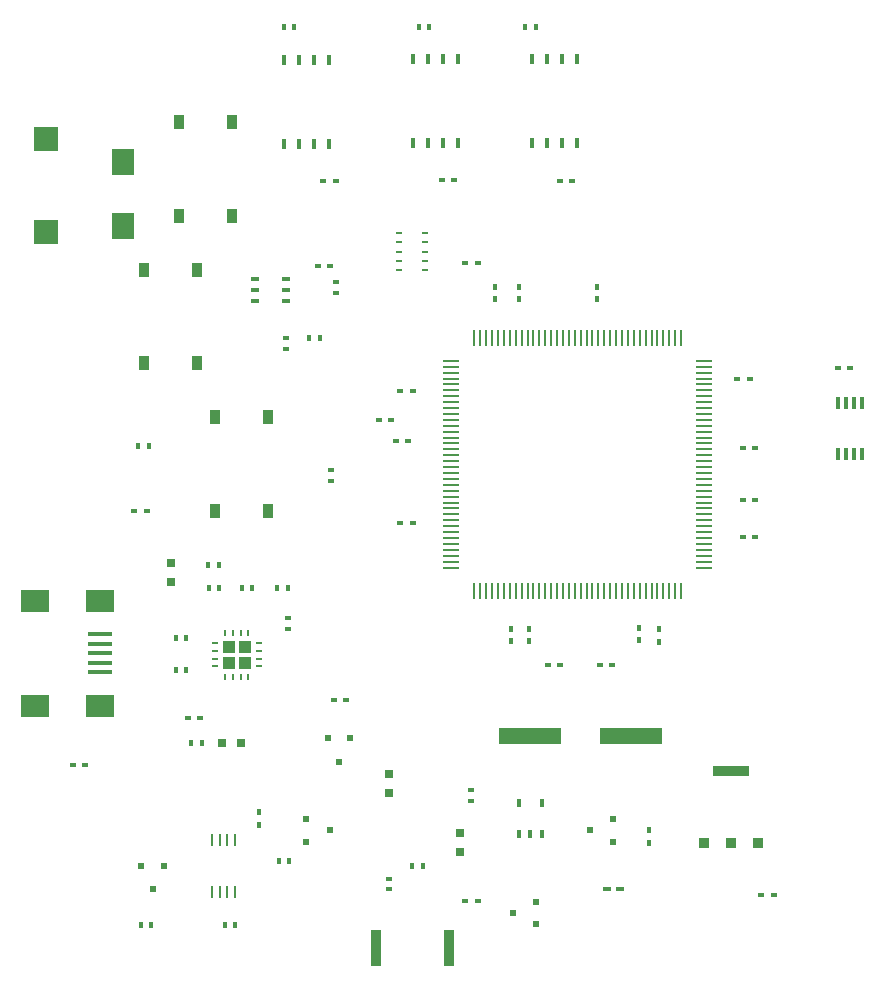
<source format=gbr>
G04 #@! TF.FileFunction,Paste,Top*
%FSLAX46Y46*%
G04 Gerber Fmt 4.6, Leading zero omitted, Abs format (unit mm)*
G04 Created by KiCad (PCBNEW 4.0.4-stable) date Friday, January 26, 2018 'AMt' 12:54:04 AM*
%MOMM*%
%LPD*%
G01*
G04 APERTURE LIST*
%ADD10C,0.100000*%
%ADD11R,0.570000X0.490000*%
%ADD12R,0.970000X1.170000*%
%ADD13R,0.458000X0.810000*%
%ADD14R,0.500000X0.400000*%
%ADD15R,0.400000X0.500000*%
%ADD16R,0.700000X0.700000*%
%ADD17R,0.650000X0.450000*%
%ADD18R,2.350000X1.850000*%
%ADD19R,2.150000X0.350000*%
%ADD20R,0.490000X0.570000*%
%ADD21R,0.360000X0.560000*%
%ADD22R,0.850000X3.050000*%
%ADD23R,0.560000X0.360000*%
%ADD24R,0.150000X1.400000*%
%ADD25R,1.400000X0.150000*%
%ADD26R,0.330000X0.690000*%
%ADD27R,0.930000X0.930000*%
%ADD28R,3.090000X0.930000*%
%ADD29R,0.210000X1.010000*%
%ADD30R,0.490000X0.250000*%
%ADD31R,0.280000X0.530000*%
%ADD32R,0.530000X0.280000*%
%ADD33R,1.080000X1.080000*%
%ADD34R,5.350000X1.350000*%
%ADD35R,0.300000X1.000000*%
%ADD36R,0.450000X1.000000*%
%ADD37R,2.050000X2.150000*%
%ADD38R,1.850000X2.250000*%
G04 APERTURE END LIST*
D10*
D11*
X143500000Y-103000000D03*
X145500000Y-103960000D03*
X145500000Y-102050000D03*
D12*
X122750000Y-61025000D03*
X118250000Y-61025000D03*
X118250000Y-68975000D03*
X122750000Y-68975000D03*
D13*
X125365000Y-37880000D03*
X126635000Y-37880000D03*
X127905000Y-37880000D03*
X124095000Y-37880000D03*
X124095000Y-30800000D03*
X125365000Y-30800000D03*
X126635000Y-30800000D03*
X127905000Y-30800000D03*
D14*
X129425000Y-85000000D03*
X128375000Y-85000000D03*
D15*
X144875000Y-78950000D03*
X144875000Y-80000000D03*
X155850000Y-78975000D03*
X155850000Y-80025000D03*
X144000000Y-51025000D03*
X144000000Y-49975000D03*
X122000000Y-94475000D03*
X122000000Y-95525000D03*
D14*
X117025000Y-86500000D03*
X115975000Y-86500000D03*
X135025000Y-58800000D03*
X133975000Y-58800000D03*
X134625000Y-63050000D03*
X133575000Y-63050000D03*
D15*
X150600000Y-51025000D03*
X150600000Y-49975000D03*
D14*
X162975000Y-63600000D03*
X164025000Y-63600000D03*
X162975000Y-68000000D03*
X164025000Y-68000000D03*
D15*
X142000000Y-49975000D03*
X142000000Y-51025000D03*
D14*
X162500000Y-57750000D03*
X163550000Y-57750000D03*
X162975000Y-71200000D03*
X164025000Y-71200000D03*
D15*
X154150000Y-79925000D03*
X154150000Y-78875000D03*
X143375000Y-78950000D03*
X143375000Y-80000000D03*
D14*
X135025000Y-70000000D03*
X133975000Y-70000000D03*
X133200000Y-61275000D03*
X132150000Y-61275000D03*
X139475000Y-102000000D03*
X140525000Y-102000000D03*
X165595000Y-101460000D03*
X164545000Y-101460000D03*
D15*
X155000000Y-97050000D03*
X155000000Y-96000000D03*
D14*
X128525000Y-41000000D03*
X127475000Y-41000000D03*
X138525000Y-40900000D03*
X137475000Y-40900000D03*
X148525000Y-41000000D03*
X147475000Y-41000000D03*
X146475000Y-82000000D03*
X147525000Y-82000000D03*
X150875000Y-82000000D03*
X151925000Y-82000000D03*
X139475000Y-48000000D03*
X140525000Y-48000000D03*
X126975000Y-48250000D03*
X128025000Y-48250000D03*
X112525000Y-69000000D03*
X111475000Y-69000000D03*
X107325000Y-90500000D03*
X106275000Y-90500000D03*
D16*
X133000000Y-92800000D03*
X133000000Y-91200000D03*
D17*
X152550000Y-101000000D03*
X151450000Y-101000000D03*
D16*
X139000000Y-97800000D03*
X139000000Y-96200000D03*
X118910572Y-88603643D03*
X120510572Y-88603643D03*
X114600000Y-73400000D03*
X114600000Y-75000000D03*
D18*
X103050000Y-76550000D03*
X103050000Y-85450000D03*
X108550000Y-76550000D03*
X108550000Y-85450000D03*
D19*
X108550000Y-81000000D03*
X108550000Y-80200000D03*
X108550000Y-79400000D03*
X108550000Y-81800000D03*
X108550000Y-82600000D03*
D20*
X113000000Y-101000000D03*
X113960000Y-99000000D03*
X112050000Y-99000000D03*
X128780000Y-90200000D03*
X129740000Y-88200000D03*
X127830000Y-88200000D03*
D11*
X150000000Y-96000000D03*
X152000000Y-96960000D03*
X152000000Y-95050000D03*
X128000000Y-96000000D03*
X126000000Y-95040000D03*
X126000000Y-96950000D03*
D21*
X112900000Y-104000000D03*
X112000000Y-104000000D03*
X115850000Y-82400000D03*
X114950000Y-82400000D03*
D22*
X138100000Y-106000000D03*
X131900000Y-106000000D03*
D21*
X120000000Y-104000000D03*
X119100000Y-104000000D03*
D23*
X140000000Y-92600000D03*
X140000000Y-93500000D03*
X133000000Y-101000000D03*
X133000000Y-100100000D03*
D21*
X123675000Y-98600000D03*
X124575000Y-98600000D03*
X135000000Y-99000000D03*
X135900000Y-99000000D03*
X124100000Y-28000000D03*
X125000000Y-28000000D03*
X135550000Y-28000000D03*
X136450000Y-28000000D03*
X144550000Y-28000000D03*
X145450000Y-28000000D03*
D23*
X124310000Y-55220000D03*
X124310000Y-54320000D03*
D21*
X126270000Y-54330000D03*
X127170000Y-54330000D03*
D23*
X128100000Y-66425000D03*
X128100000Y-65525000D03*
D21*
X111800000Y-63500000D03*
X112700000Y-63500000D03*
D23*
X128510000Y-50500000D03*
X128510000Y-49600000D03*
D21*
X115850000Y-79700000D03*
X114950000Y-79700000D03*
D23*
X124500000Y-78050000D03*
X124500000Y-78950000D03*
D21*
X121450000Y-75500000D03*
X120550000Y-75500000D03*
X124450000Y-75500000D03*
X123550000Y-75500000D03*
X118650000Y-75500000D03*
X117750000Y-75500000D03*
X116260572Y-88603643D03*
X117160572Y-88603643D03*
X118600000Y-73500000D03*
X117700000Y-73500000D03*
D12*
X119750000Y-36025000D03*
X115250000Y-36025000D03*
X115250000Y-43975000D03*
X119750000Y-43975000D03*
D24*
X140250000Y-75700000D03*
X140750000Y-75700000D03*
X141250000Y-75700000D03*
X141750000Y-75700000D03*
X142250000Y-75700000D03*
X142750000Y-75700000D03*
X143250000Y-75700000D03*
X143750000Y-75700000D03*
X144250000Y-75700000D03*
X144750000Y-75700000D03*
X145250000Y-75700000D03*
X145750000Y-75700000D03*
X146250000Y-75700000D03*
X146750000Y-75700000D03*
X147250000Y-75700000D03*
X147750000Y-75700000D03*
X148250000Y-75700000D03*
X148750000Y-75700000D03*
X149250000Y-75700000D03*
X149750000Y-75700000D03*
X150250000Y-75700000D03*
X150750000Y-75700000D03*
X151250000Y-75700000D03*
X151750000Y-75700000D03*
X152250000Y-75700000D03*
X152750000Y-75700000D03*
X153250000Y-75700000D03*
X153750000Y-75700000D03*
X154250000Y-75700000D03*
X154750000Y-75700000D03*
X155250000Y-75700000D03*
X155750000Y-75700000D03*
X156250000Y-75700000D03*
X156750000Y-75700000D03*
X157250000Y-75700000D03*
X157750000Y-75700000D03*
D25*
X159700000Y-73750000D03*
X159700000Y-73250000D03*
X159700000Y-72750000D03*
X159700000Y-72250000D03*
X159700000Y-71750000D03*
X159700000Y-71250000D03*
X159700000Y-70750000D03*
X159700000Y-70250000D03*
X159700000Y-69750000D03*
X159700000Y-69250000D03*
X159700000Y-68750000D03*
X159700000Y-68250000D03*
X159700000Y-67750000D03*
X159700000Y-67250000D03*
X159700000Y-66750000D03*
X159700000Y-66250000D03*
X159700000Y-65750000D03*
X159700000Y-65250000D03*
X159700000Y-64750000D03*
X159700000Y-64250000D03*
X159700000Y-63750000D03*
X159700000Y-63250000D03*
X159700000Y-62750000D03*
X159700000Y-62250000D03*
X159700000Y-61750000D03*
X159700000Y-61250000D03*
X159700000Y-60750000D03*
X159700000Y-60250000D03*
X159700000Y-59750000D03*
X159700000Y-59250000D03*
X159700000Y-58750000D03*
X159700000Y-58250000D03*
X159700000Y-57750000D03*
X159700000Y-57250000D03*
X159700000Y-56750000D03*
X159700000Y-56250000D03*
D24*
X157750000Y-54300000D03*
X157250000Y-54300000D03*
X156750000Y-54300000D03*
X156250000Y-54300000D03*
X155750000Y-54300000D03*
X155250000Y-54300000D03*
X154750000Y-54300000D03*
X154250000Y-54300000D03*
X153750000Y-54300000D03*
X153250000Y-54300000D03*
X152750000Y-54300000D03*
X152250000Y-54300000D03*
X151750000Y-54300000D03*
X151250000Y-54300000D03*
X150750000Y-54300000D03*
X150250000Y-54300000D03*
X149750000Y-54300000D03*
X149250000Y-54300000D03*
X148750000Y-54300000D03*
X148250000Y-54300000D03*
X147750000Y-54300000D03*
X147250000Y-54300000D03*
X146750000Y-54300000D03*
X146250000Y-54300000D03*
X145750000Y-54300000D03*
X145250000Y-54300000D03*
X144750000Y-54300000D03*
X144250000Y-54300000D03*
X143750000Y-54300000D03*
X143250000Y-54300000D03*
X142750000Y-54300000D03*
X142250000Y-54300000D03*
X141750000Y-54300000D03*
X141250000Y-54300000D03*
X140750000Y-54300000D03*
X140250000Y-54300000D03*
D25*
X138300000Y-56250000D03*
X138300000Y-56750000D03*
X138300000Y-57250000D03*
X138300000Y-57750000D03*
X138300000Y-58250000D03*
X138300000Y-58750000D03*
X138300000Y-59250000D03*
X138300000Y-59750000D03*
X138300000Y-60250000D03*
X138300000Y-60750000D03*
X138300000Y-61250000D03*
X138300000Y-61750000D03*
X138300000Y-62250000D03*
X138300000Y-62750000D03*
X138300000Y-63250000D03*
X138300000Y-63750000D03*
X138300000Y-64250000D03*
X138300000Y-64750000D03*
X138300000Y-65250000D03*
X138300000Y-65750000D03*
X138300000Y-66250000D03*
X138300000Y-66750000D03*
X138300000Y-67250000D03*
X138300000Y-67750000D03*
X138300000Y-68250000D03*
X138300000Y-68750000D03*
X138300000Y-69250000D03*
X138300000Y-69750000D03*
X138300000Y-70250000D03*
X138300000Y-70750000D03*
X138300000Y-71250000D03*
X138300000Y-71750000D03*
X138300000Y-72250000D03*
X138300000Y-72750000D03*
X138300000Y-73250000D03*
X138300000Y-73750000D03*
D26*
X144050000Y-96350000D03*
X145000000Y-96350000D03*
X145950000Y-96350000D03*
X144050000Y-93650000D03*
X145950000Y-93650000D03*
D27*
X162000000Y-97050000D03*
X159700000Y-97050000D03*
X164300000Y-97050000D03*
D28*
X162000000Y-90950000D03*
D29*
X119325000Y-96800000D03*
X119975000Y-96800000D03*
X118675000Y-96800000D03*
X118025000Y-96800000D03*
X119975000Y-101200000D03*
X119325000Y-101200000D03*
X118675000Y-101200000D03*
X118025000Y-101200000D03*
D13*
X136365000Y-37780000D03*
X137635000Y-37780000D03*
X138905000Y-37780000D03*
X135095000Y-37780000D03*
X135095000Y-30700000D03*
X136365000Y-30700000D03*
X137635000Y-30700000D03*
X138905000Y-30700000D03*
X146365000Y-37780000D03*
X147635000Y-37780000D03*
X148905000Y-37780000D03*
X145095000Y-37780000D03*
X145095000Y-30700000D03*
X146365000Y-30700000D03*
X147635000Y-30700000D03*
X148905000Y-30700000D03*
D30*
X136100000Y-47000000D03*
X133900000Y-47000000D03*
X136100000Y-47800000D03*
X136100000Y-48600000D03*
X136100000Y-46200000D03*
X136100000Y-45400000D03*
X133900000Y-46200000D03*
X133900000Y-45400000D03*
X133900000Y-47800000D03*
X133900000Y-48600000D03*
D17*
X121700000Y-50250000D03*
X121700000Y-49300000D03*
X121700000Y-51200000D03*
X124300000Y-51200000D03*
X124300000Y-50250000D03*
X124300000Y-49300000D03*
D31*
X121125000Y-79275000D03*
X120475000Y-79275000D03*
X119825000Y-79275000D03*
X119175000Y-79275000D03*
D32*
X118275000Y-80175000D03*
X118275000Y-80825000D03*
X118275000Y-81475000D03*
X118275000Y-82125000D03*
D31*
X119175000Y-83025000D03*
X119825000Y-83025000D03*
X120475000Y-83025000D03*
X121125000Y-83025000D03*
D32*
X122025000Y-82125000D03*
X122025000Y-81475000D03*
X122025000Y-80825000D03*
X122025000Y-80175000D03*
D33*
X120800000Y-80500000D03*
X120800000Y-81800000D03*
X119500000Y-80500000D03*
X119500000Y-81800000D03*
D34*
X145000000Y-88000000D03*
X153500000Y-88000000D03*
D14*
X171000000Y-56850000D03*
X172050000Y-56850000D03*
D12*
X112250000Y-56475000D03*
X116750000Y-56475000D03*
X116750000Y-48525000D03*
X112250000Y-48525000D03*
D35*
X171725000Y-64175000D03*
D36*
X171000000Y-64175000D03*
D35*
X172375000Y-64175000D03*
D36*
X173100000Y-64175000D03*
X171000000Y-59825000D03*
D35*
X171725000Y-59825000D03*
X172375000Y-59825000D03*
D36*
X173100000Y-59825000D03*
D37*
X104000000Y-37450000D03*
X104000000Y-45350000D03*
D38*
X110500000Y-44800000D03*
X110500000Y-39400000D03*
M02*

</source>
